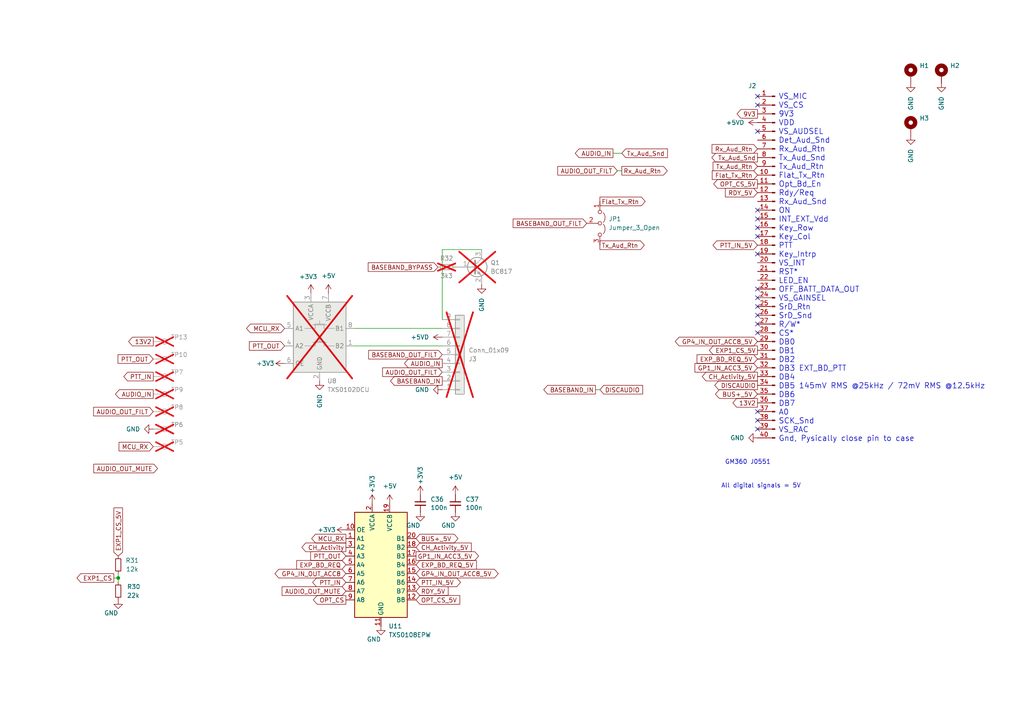
<source format=kicad_sch>
(kicad_sch (version 20231120) (generator "eeschema") (generator_version "8.0")
  (paper "A4")
  (title_block (title "Micro17 - OpenRTX on a Module for Icom Radios") (date "04.03.2024") (rev "A") (company "Wojciech Kaczmarski SP5WWP et al.") (comment 1 "M17 Project, OpenRTX") (comment 2 "Mano ON6RF") (comment 3 "Mutlu TA1MD"))
  (lib_symbols
    (symbol "Connector:Conn_01x40_Pin" (pin_names (offset 1.016) hide)
      (property "Reference" "J" (at 0 50.8 0))
      (property "Value" "Conn_01x40_Pin" (at 0 -53.34 0))
      (symbol "Conn_01x40_Pin_1_1"
        (polyline (pts (xy 1.27 -50.8) (xy 0.8636 -50.8)) (stroke (width 0.1524)))
        (polyline (pts (xy 1.27 -48.26) (xy 0.8636 -48.26)) (stroke (width 0.1524)))
        (polyline (pts (xy 1.27 -45.72) (xy 0.8636 -45.72)) (stroke (width 0.1524)))
        (polyline (pts (xy 1.27 -43.18) (xy 0.8636 -43.18)) (stroke (width 0.1524)))
        (polyline (pts (xy 1.27 -40.64) (xy 0.8636 -40.64)) (stroke (width 0.1524)))
        (polyline (pts (xy 1.27 -38.1) (xy 0.8636 -38.1)) (stroke (width 0.1524)))
        (polyline (pts (xy 1.27 -35.56) (xy 0.8636 -35.56)) (stroke (width 0.1524)))
        (polyline (pts (xy 1.27 -33.02) (xy 0.8636 -33.02)) (stroke (width 0.1524)))
        (polyline (pts (xy 1.27 -30.48) (xy 0.8636 -30.48)) (stroke (width 0.1524)))
        (polyline (pts (xy 1.27 -27.94) (xy 0.8636 -27.94)) (stroke (width 0.1524)))
        (polyline (pts (xy 1.27 -25.4) (xy 0.8636 -25.4)) (stroke (width 0.1524)))
        (polyline (pts (xy 1.27 -22.86) (xy 0.8636 -22.86)) (stroke (width 0.1524)))
        (polyline (pts (xy 1.27 -20.32) (xy 0.8636 -20.32)) (stroke (width 0.1524)))
        (polyline (pts (xy 1.27 -17.78) (xy 0.8636 -17.78)) (stroke (width 0.1524)))
        (polyline (pts (xy 1.27 -15.24) (xy 0.8636 -15.24)) (stroke (width 0.1524)))
        (polyline (pts (xy 1.27 -12.7) (xy 0.8636 -12.7)) (stroke (width 0.1524)))
        (polyline (pts (xy 1.27 -10.16) (xy 0.8636 -10.16)) (stroke (width 0.1524)))
        (polyline (pts (xy 1.27 -7.62) (xy 0.8636 -7.62)) (stroke (width 0.1524)))
        (polyline (pts (xy 1.27 -5.08) (xy 0.8636 -5.08)) (stroke (width 0.1524)))
        (polyline (pts (xy 1.27 -2.54) (xy 0.8636 -2.54)) (stroke (width 0.1524)))
        (polyline (pts (xy 1.27 0) (xy 0.8636 0)) (stroke (width 0.1524)))
        (polyline (pts (xy 1.27 2.54) (xy 0.8636 2.54)) (stroke (width 0.1524)))
        (polyline (pts (xy 1.27 5.08) (xy 0.8636 5.08)) (stroke (width 0.1524)))
        (polyline (pts (xy 1.27 7.62) (xy 0.8636 7.62)) (stroke (width 0.1524)))
        (polyline (pts (xy 1.27 10.16) (xy 0.8636 10.16)) (stroke (width 0.1524)))
        (polyline (pts (xy 1.27 12.7) (xy 0.8636 12.7)) (stroke (width 0.1524)))
        (polyline (pts (xy 1.27 15.24) (xy 0.8636 15.24)) (stroke (width 0.1524)))
        (polyline (pts (xy 1.27 17.78) (xy 0.8636 17.78)) (stroke (width 0.1524)))
        (polyline (pts (xy 1.27 20.32) (xy 0.8636 20.32)) (stroke (width 0.1524)))
        (polyline (pts (xy 1.27 22.86) (xy 0.8636 22.86)) (stroke (width 0.1524)))
        (polyline (pts (xy 1.27 25.4) (xy 0.8636 25.4)) (stroke (width 0.1524)))
        (polyline (pts (xy 1.27 27.94) (xy 0.8636 27.94)) (stroke (width 0.1524)))
        (polyline (pts (xy 1.27 30.48) (xy 0.8636 30.48)) (stroke (width 0.1524)))
        (polyline (pts (xy 1.27 33.02) (xy 0.8636 33.02)) (stroke (width 0.1524)))
        (polyline (pts (xy 1.27 35.56) (xy 0.8636 35.56)) (stroke (width 0.1524)))
        (polyline (pts (xy 1.27 38.1) (xy 0.8636 38.1)) (stroke (width 0.1524)))
        (polyline (pts (xy 1.27 40.64) (xy 0.8636 40.64)) (stroke (width 0.1524)))
        (polyline (pts (xy 1.27 43.18) (xy 0.8636 43.18)) (stroke (width 0.1524)))
        (polyline (pts (xy 1.27 45.72) (xy 0.8636 45.72)) (stroke (width 0.1524)))
        (polyline (pts (xy 1.27 48.26) (xy 0.8636 48.26)) (stroke (width 0.1524)))
        (rectangle (start 0.8636 -50.673) (end 0 -50.927) (stroke (width 0.1524)) (fill (type outline)))
        (rectangle (start 0.8636 -48.133) (end 0 -48.387) (stroke (width 0.1524)) (fill (type outline)))
        (rectangle (start 0.8636 -45.593) (end 0 -45.847) (stroke (width 0.1524)) (fill (type outline)))
        (rectangle (start 0.8636 -43.053) (end 0 -43.307) (stroke (width 0.1524)) (fill (type outline)))
        (rectangle (start 0.8636 -40.513) (end 0 -40.767) (stroke (width 0.1524)) (fill (type outline)))
        (rectangle (start 0.8636 -37.973) (end 0 -38.227) (stroke (width 0.1524)) (fill (type outline)))
        (rectangle (start 0.8636 -35.433) (end 0 -35.687) (stroke (width 0.1524)) (fill (type outline)))
        (rectangle (start 0.8636 -32.893) (end 0 -33.147) (stroke (width 0.1524)) (fill (type outline)))
        (rectangle (start 0.8636 -30.353) (end 0 -30.607) (stroke (width 0.1524)) (fill (type outline)))
        (rectangle (start 0.8636 -27.813) (end 0 -28.067) (stroke (width 0.1524)) (fill (type outline)))
        (rectangle (start 0.8636 -25.273) (end 0 -25.527) (stroke (width 0.1524)) (fill (type outline)))
        (rectangle (start 0.8636 -22.733) (end 0 -22.987) (stroke (width 0.1524)) (fill (type outline)))
        (rectangle (start 0.8636 -20.193) (end 0 -20.447) (stroke (width 0.1524)) (fill (type outline)))
        (rectangle (start 0.8636 -17.653) (end 0 -17.907) (stroke (width 0.1524)) (fill (type outline)))
        (rectangle (start 0.8636 -15.113) (end 0 -15.367) (stroke (width 0.1524)) (fill (type outline)))
        (rectangle (start 0.8636 -12.573) (end 0 -12.827) (stroke (width 0.1524)) (fill (type outline)))
        (rectangle (start 0.8636 -10.033) (end 0 -10.287) (stroke (width 0.1524)) (fill (type outline)))
        (rectangle (start 0.8636 -7.493) (end 0 -7.747) (stroke (width 0.1524)) (fill (type outline)))
        (rectangle (start 0.8636 -4.953) (end 0 -5.207) (stroke (width 0.1524)) (fill (type outline)))
        (rectangle (start 0.8636 -2.413) (end 0 -2.667) (stroke (width 0.1524)) (fill (type outline)))
        (rectangle (start 0.8636 0.127) (end 0 -0.127) (stroke (width 0.1524)) (fill (type outline)))
        (rectangle (start 0.8636 2.667) (end 0 2.413) (stroke (width 0.1524)) (fill (type outline)))
        (rectangle (start 0.8636 5.207) (end 0 4.953) (stroke (width 0.1524)) (fill (type outline)))
        (rectangle (start 0.8636 7.747) (end 0 7.493) (stroke (width 0.1524)) (fill (type outline)))
        (rectangle (start 0.8636 10.287) (end 0 10.033) (stroke (width 0.1524)) (fill (type outline)))
        (rectangle (start 0.8636 12.827) (end 0 12.573) (stroke (width 0.1524)) (fill (type outline)))
        (rectangle (start 0.8636 15.367) (end 0 15.113) (stroke (width 0.1524)) (fill (type outline)))
        (rectangle (start 0.8636 17.907) (end 0 17.653) (stroke (width 0.1524)) (fill (type outline)))
        (rectangle (start 0.8636 20.447) (end 0 20.193) (stroke (width 0.1524)) (fill (type outline)))
        (rectangle (start 0.8636 22.987) (end 0 22.733) (stroke (width 0.1524)) (fill (type outline)))
        (rectangle (start 0.8636 25.527) (end 0 25.273) (stroke (width 0.1524)) (fill (type outline)))
        (rectangle (start 0.8636 28.067) (end 0 27.813) (stroke (width 0.1524)) (fill (type outline)))
        (rectangle (start 0.8636 30.607) (end 0 30.353) (stroke (width 0.1524)) (fill (type outline)))
        (rectangle (start 0.8636 33.147) (end 0 32.893) (stroke (width 0.1524)) (fill (type outline)))
        (rectangle (start 0.8636 35.687) (end 0 35.433) (stroke (width 0.1524)) (fill (type outline)))
        (rectangle (start 0.8636 38.227) (end 0 37.973) (stroke (width 0.1524)) (fill (type outline)))
        (rectangle (start 0.8636 40.767) (end 0 40.513) (stroke (width 0.1524)) (fill (type outline)))
        (rectangle (start 0.8636 43.307) (end 0 43.053) (stroke (width 0.1524)) (fill (type outline)))
        (rectangle (start 0.8636 45.847) (end 0 45.593) (stroke (width 0.1524)) (fill (type outline)))
        (rectangle (start 0.8636 48.387) (end 0 48.133) (stroke (width 0.1524)) (fill (type outline)))
        (pin passive line (at 5.08 48.26 180) (length 3.81) (name "Pin_1") (number "1"))
        (pin passive line (at 5.08 25.4 180) (length 3.81) (name "Pin_10") (number "10"))
        (pin passive line (at 5.08 22.86 180) (length 3.81) (name "Pin_11") (number "11"))
        (pin passive line (at 5.08 20.32 180) (length 3.81) (name "Pin_12") (number "12"))
        (pin passive line (at 5.08 17.78 180) (length 3.81) (name "Pin_13") (number "13"))
        (pin passive line (at 5.08 15.24 180) (length 3.81) (name "Pin_14") (number "14"))
        (pin passive line (at 5.08 12.7 180) (length 3.81) (name "Pin_15") (number "15"))
        (pin passive line (at 5.08 10.16 180) (length 3.81) (name "Pin_16") (number "16"))
        (pin passive line (at 5.08 7.62 180) (length 3.81) (name "Pin_17") (number "17"))
        (pin passive line (at 5.08 5.08 180) (length 3.81) (name "Pin_18") (number "18"))
        (pin passive line (at 5.08 2.54 180) (length 3.81) (name "Pin_19") (number "19"))
        (pin passive line (at 5.08 45.72 180) (length 3.81) (name "Pin_2") (number "2"))
        (pin passive line (at 5.08 0 180) (length 3.81) (name "Pin_20") (number "20"))
        (pin passive line (at 5.08 -2.54 180) (length 3.81) (name "Pin_21") (number "21"))
        (pin passive line (at 5.08 -5.08 180) (length 3.81) (name "Pin_22") (number "22"))
        (pin passive line (at 5.08 -7.62 180) (length 3.81) (name "Pin_23") (number "23"))
        (pin passive line (at 5.08 -10.16 180) (length 3.81) (name "Pin_24") (number "24"))
        (pin passive line (at 5.08 -12.7 180) (length 3.81) (name "Pin_25") (number "25"))
        (pin passive line (at 5.08 -15.24 180) (length 3.81) (name "Pin_26") (number "26"))
        (pin passive line (at 5.08 -17.78 180) (length 3.81) (name "Pin_27") (number "27"))
        (pin passive line (at 5.08 -20.32 180) (length 3.81) (name "Pin_28") (number "28"))
        (pin passive line (at 5.08 -22.86 180) (length 3.81) (name "Pin_29") (number "29"))
        (pin passive line (at 5.08 43.18 180) (length 3.81) (name "Pin_3") (number "3"))
        (pin passive line (at 5.08 -25.4 180) (length 3.81) (name "Pin_30") (number "30"))
        (pin passive line (at 5.08 -27.94 180) (length 3.81) (name "Pin_31") (number "31"))
        (pin passive line (at 5.08 -30.48 180) (length 3.81) (name "Pin_32") (number "32"))
        (pin passive line (at 5.08 -33.02 180) (length 3.81) (name "Pin_33") (number "33"))
        (pin passive line (at 5.08 -35.56 180) (length 3.81) (name "Pin_34") (number "34"))
        (pin passive line (at 5.08 -38.1 180) (length 3.81) (name "Pin_35") (number "35"))
        (pin passive line (at 5.08 -40.64 180) (length 3.81) (name "Pin_36") (number "36"))
        (pin passive line (at 5.08 -43.18 180) (length 3.81) (name "Pin_37") (number "37"))
        (pin passive line (at 5.08 -45.72 180) (length 3.81) (name "Pin_38") (number "38"))
        (pin passive line (at 5.08 -48.26 180) (length 3.81) (name "Pin_39") (number "39"))
        (pin passive line (at 5.08 40.64 180) (length 3.81) (name "Pin_4") (number "4"))
        (pin passive line (at 5.08 -50.8 180) (length 3.81) (name "Pin_40") (number "40"))
        (pin passive line (at 5.08 38.1 180) (length 3.81) (name "Pin_5") (number "5"))
        (pin passive line (at 5.08 35.56 180) (length 3.81) (name "Pin_6") (number "6"))
        (pin passive line (at 5.08 33.02 180) (length 3.81) (name "Pin_7") (number "7"))
        (pin passive line (at 5.08 30.48 180) (length 3.81) (name "Pin_8") (number "8"))
        (pin passive line (at 5.08 27.94 180) (length 3.81) (name "Pin_9") (number "9"))
      )
    )
    (symbol "Connector:TestPoint" (pin_numbers hide) (pin_names (offset 0.762) hide)
      (property "Reference" "TP" (at 0 6.858 0))
      (property "Value" "TestPoint" (at 0 5.08 0))
      (symbol "TestPoint_0_1"
        (circle (center 0 3.302) (radius 0.762))
      )
      (symbol "TestPoint_1_1"
        (pin passive line (at 0 0 90) (length 2.54) (name "1") (number "1"))
      )
    )
    (symbol "Connector_Generic:Conn_01x09" (pin_names (offset 1.016) hide)
      (property "Reference" "J" (at 0 12.7 0))
      (property "Value" "Conn_01x09" (at 0 -12.7 0))
      (symbol "Conn_01x09_1_1"
        (rectangle (start -1.27 -10.033) (end 0 -10.287) (stroke (width 0.1524)))
        (rectangle (start -1.27 -7.493) (end 0 -7.747) (stroke (width 0.1524)))
        (rectangle (start -1.27 -4.953) (end 0 -5.207) (stroke (width 0.1524)))
        (rectangle (start -1.27 -2.413) (end 0 -2.667) (stroke (width 0.1524)))
        (rectangle (start -1.27 0.127) (end 0 -0.127) (stroke (width 0.1524)))
        (rectangle (start -1.27 2.667) (end 0 2.413) (stroke (width 0.1524)))
        (rectangle (start -1.27 5.207) (end 0 4.953) (stroke (width 0.1524)))
        (rectangle (start -1.27 7.747) (end 0 7.493) (stroke (width 0.1524)))
        (rectangle (start -1.27 10.287) (end 0 10.033) (stroke (width 0.1524)))
        (rectangle (start -1.27 11.43) (end 1.27 -11.43) (stroke (width 0.254)) (fill (type background)))
        (pin passive line (at -5.08 10.16 0) (length 3.81) (name "Pin_1") (number "1"))
        (pin passive line (at -5.08 7.62 0) (length 3.81) (name "Pin_2") (number "2"))
        (pin passive line (at -5.08 5.08 0) (length 3.81) (name "Pin_3") (number "3"))
        (pin passive line (at -5.08 2.54 0) (length 3.81) (name "Pin_4") (number "4"))
        (pin passive line (at -5.08 0 0) (length 3.81) (name "Pin_5") (number "5"))
        (pin passive line (at -5.08 -2.54 0) (length 3.81) (name "Pin_6") (number "6"))
        (pin passive line (at -5.08 -5.08 0) (length 3.81) (name "Pin_7") (number "7"))
        (pin passive line (at -5.08 -7.62 0) (length 3.81) (name "Pin_8") (number "8"))
        (pin passive line (at -5.08 -10.16 0) (length 3.81) (name "Pin_9") (number "9"))
      )
    )
    (symbol "Device:C_Small" (pin_numbers hide) (pin_names (offset 0.254) hide)
      (property "Reference" "C" (at 0.254 1.778 0))
      (property "Value" "C_Small" (at 0.254 -2.032 0))
      (symbol "C_Small_0_1"
        (polyline (pts (xy -1.524 -0.508) (xy 1.524 -0.508)) (stroke (width 0.3302)))
        (polyline (pts (xy -1.524 0.508) (xy 1.524 0.508)) (stroke (width 0.3048)))
      )
      (symbol "C_Small_1_1"
        (pin passive line (at 0 2.54 270) (length 2.032) (name "~") (number "1"))
        (pin passive line (at 0 -2.54 90) (length 2.032) (name "~") (number "2"))
      )
    )
    (symbol "Device:R_Small" (pin_numbers hide) (pin_names (offset 0.254) hide)
      (property "Reference" "R" (at 0.762 0.508 0))
      (property "Value" "R_Small" (at 0.762 -1.016 0))
      (symbol "R_Small_0_1"
        (rectangle (start -0.762 1.778) (end 0.762 -1.778) (stroke (width 0.2032)))
      )
      (symbol "R_Small_1_1"
        (pin passive line (at 0 2.54 270) (length 0.762) (name "~") (number "1"))
        (pin passive line (at 0 -2.54 90) (length 0.762) (name "~") (number "2"))
      )
    )
    (symbol "GND_1" (power) (pin_numbers hide) (pin_names (offset 0) hide)
      (property "Value" "GND" (at 0 -3.81 0))
      (symbol "GND_1_0_1"
        (polyline (pts (xy 0 0) (xy 0 -1.27) (xy 1.27 -1.27) (xy 0 -2.54) (xy -1.27 -1.27) (xy 0 -1.27)))
      )
      (symbol "GND_1_1_1"
        (pin power_in line (at 0 0 270) (length 0) (name "~") (number "1"))
      )
    )
    (symbol "Jumper:Jumper_3_Open" (pin_names (offset 0) hide)
      (property "Reference" "JP" (at -2.54 -2.54 0))
      (property "Value" "Jumper_3_Open" (at 0 2.794 0))
      (symbol "Jumper_3_Open_0_0"
        (circle (center -3.302 0) (radius 0.508))
        (circle (center 0 0) (radius 0.508))
        (circle (center 3.302 0) (radius 0.508))
      )
      (symbol "Jumper_3_Open_0_1"
        (arc (start -0.254 1.016) (mid -1.651 1.4992) (end -3.048 1.016))
        (polyline (pts (xy 0 -0.508) (xy 0 -1.27)))
        (arc (start 3.048 1.016) (mid 1.651 1.4992) (end 0.254 1.016))
      )
      (symbol "Jumper_3_Open_1_1"
        (pin passive line (at -6.35 0 0) (length 2.54) (name "A") (number "1"))
        (pin passive line (at 0 -3.81 90) (length 2.54) (name "C") (number "2"))
        (pin passive line (at 6.35 0 180) (length 2.54) (name "B") (number "3"))
      )
    )
    (symbol "Logic_LevelTranslator:TXS0102DCU"
      (property "Reference" "U" (at -6.35 11.43 0))
      (property "Value" "TXS0102DCU" (at 3.81 11.43 0))
      (symbol "TXS0102DCU_0_1"
        (rectangle (start -7.62 10.16) (end 7.62 -10.16) (stroke (width 0.254)) (fill (type background)))
        (polyline (pts (xy -4.318 -2.54) (xy -1.27 -2.54)))
        (polyline (pts (xy -2.032 -1.524) (xy 2.032 -1.524)))
        (polyline (pts (xy -1.524 -1.27) (xy 1.524 -1.27)))
        (polyline (pts (xy -1.27 -2.54) (xy -1.27 -1.524)))
        (polyline (pts (xy 0 -1.27) (xy 0 -0.254)))
        (polyline (pts (xy 1.27 -2.54) (xy 1.27 -1.524)))
        (polyline (pts (xy 4.318 -2.54) (xy 1.27 -2.54)))
      )
      (symbol "TXS0102DCU_1_1"
        (polyline (pts (xy -4.318 2.54) (xy -1.27 2.54)))
        (polyline (pts (xy -2.032 3.556) (xy 2.032 3.556)))
        (polyline (pts (xy -1.524 3.81) (xy 1.524 3.81)))
        (polyline (pts (xy -1.27 2.54) (xy -1.27 3.556)))
        (polyline (pts (xy 0 3.81) (xy 0 4.826)))
        (polyline (pts (xy 1.27 2.54) (xy 1.27 3.556)))
        (polyline (pts (xy 4.318 2.54) (xy 1.27 2.54)))
        (pin bidirectional line (at 10.16 -2.54 180) (length 2.54) (name "B2") (number "1"))
        (pin power_in line (at 0 -12.7 90) (length 2.54) (name "GND") (number "2"))
        (pin power_in line (at -2.54 12.7 270) (length 2.54) (name "VCCA") (number "3"))
        (pin bidirectional line (at -10.16 -2.54 0) (length 2.54) (name "A2") (number "4"))
        (pin bidirectional line (at -10.16 2.54 0) (length 2.54) (name "A1") (number "5"))
        (pin input line (at -10.16 -7.62 0) (length 2.54) (name "OE") (number "6"))
        (pin power_in line (at 2.54 12.7 270) (length 2.54) (name "VCCB") (number "7"))
        (pin bidirectional line (at 10.16 2.54 180) (length 2.54) (name "B1") (number "8"))
      )
    )
    (symbol "Logic_LevelTranslator:TXS0108EPW"
      (property "Reference" "U" (at -6.35 16.51 0))
      (property "Value" "TXS0108EPW" (at 3.81 16.51 0))
      (symbol "TXS0108EPW_0_1"
        (rectangle (start -7.62 15.24) (end 7.62 -15.24) (stroke (width 0.254)) (fill (type background)))
      )
      (symbol "TXS0108EPW_1_1"
        (pin bidirectional line (at -10.16 7.62 0) (length 2.54) (name "A1") (number "1"))
        (pin input line (at -10.16 10.16 0) (length 2.54) (name "OE") (number "10"))
        (pin power_in line (at 0 -17.78 90) (length 2.54) (name "GND") (number "11"))
        (pin bidirectional line (at 10.16 -10.16 180) (length 2.54) (name "B8") (number "12"))
        (pin bidirectional line (at 10.16 -7.62 180) (length 2.54) (name "B7") (number "13"))
        (pin bidirectional line (at 10.16 -5.08 180) (length 2.54) (name "B6") (number "14"))
        (pin bidirectional line (at 10.16 -2.54 180) (length 2.54) (name "B5") (number "15"))
        (pin bidirectional line (at 10.16 0 180) (length 2.54) (name "B4") (number "16"))
        (pin bidirectional line (at 10.16 2.54 180) (length 2.54) (name "B3") (number "17"))
        (pin bidirectional line (at 10.16 5.08 180) (length 2.54) (name "B2") (number "18"))
        (pin power_in line (at 2.54 17.78 270) (length 2.54) (name "VCCB") (number "19"))
        (pin power_in line (at -2.54 17.78 270) (length 2.54) (name "VCCA") (number "2"))
        (pin bidirectional line (at 10.16 7.62 180) (length 2.54) (name "B1") (number "20"))
        (pin bidirectional line (at -10.16 5.08 0) (length 2.54) (name "A2") (number "3"))
        (pin bidirectional line (at -10.16 2.54 0) (length 2.54) (name "A3") (number "4"))
        (pin bidirectional line (at -10.16 0 0) (length 2.54) (name "A4") (number "5"))
        (pin bidirectional line (at -10.16 -2.54 0) (length 2.54) (name "A5") (number "6"))
        (pin bidirectional line (at -10.16 -5.08 0) (length 2.54) (name "A6") (number "7"))
        (pin bidirectional line (at -10.16 -7.62 0) (length 2.54) (name "A7") (number "8"))
        (pin bidirectional line (at -10.16 -10.16 0) (length 2.54) (name "A8") (number "9"))
      )
    )
    (symbol "Mechanical:MountingHole_Pad" (pin_numbers hide) (pin_names (offset 1.016) hide)
      (property "Reference" "H" (at 0 6.35 0))
      (property "Value" "MountingHole_Pad" (at 0 4.445 0))
      (symbol "MountingHole_Pad_0_1"
        (circle (center 0 1.27) (radius 1.27) (stroke (width 1.27)))
      )
      (symbol "MountingHole_Pad_1_1"
        (pin input line (at 0 -2.54 90) (length 2.54) (name "1") (number "1"))
      )
    )
    (symbol "Transistor_BJT:BC817" (pin_names (offset 0) hide)
      (property "Reference" "Q" (at 5.08 1.905 0))
      (property "Value" "BC817" (at 5.08 0 0))
      (symbol "BC817_0_1"
        (polyline (pts (xy 0.635 0.635) (xy 2.54 2.54)))
        (polyline (pts (xy 0.635 -0.635) (xy 2.54 -2.54) (xy 2.54 -2.54)))
        (polyline (pts (xy 0.635 1.905) (xy 0.635 -1.905) (xy 0.635 -1.905)) (stroke (width 0.508)))
        (polyline (pts (xy 1.27 -1.778) (xy 1.778 -1.27) (xy 2.286 -2.286) (xy 1.27 -1.778) (xy 1.27 -1.778)) (fill (type outline)))
        (circle (center 1.27 0) (radius 2.8194) (stroke (width 0.254)))
      )
      (symbol "BC817_1_1"
        (pin input line (at -5.08 0 0) (length 5.715) (name "B") (number "1"))
        (pin passive line (at 2.54 -5.08 90) (length 2.54) (name "E") (number "2"))
        (pin passive line (at 2.54 5.08 270) (length 2.54) (name "C") (number "3"))
      )
    )
    (symbol "power:+3V3" (power) (pin_names (offset 0))
      (property "Value" "+3V3" (at 0 3.556 0))
      (symbol "+3V3_0_1"
        (polyline (pts (xy -0.762 1.27) (xy 0 2.54)))
        (polyline (pts (xy 0 0) (xy 0 2.54)))
        (polyline (pts (xy 0 2.54) (xy 0.762 1.27)))
      )
      (symbol "+3V3_1_1"
        (pin power_in line (at 0 0 90) (length 0) hide (name "+3V3") (number "1"))
      )
    )
    (symbol "power:+5V" (power) (pin_numbers hide) (pin_names (offset 0) hide)
      (property "Value" "+5V" (at 0 3.556 0))
      (symbol "+5V_0_1"
        (polyline (pts (xy -0.762 1.27) (xy 0 2.54)))
        (polyline (pts (xy 0 0) (xy 0 2.54)))
        (polyline (pts (xy 0 2.54) (xy 0.762 1.27)))
      )
      (symbol "+5V_1_1"
        (pin power_in line (at 0 0 90) (length 0) (name "~") (number "1"))
      )
    )
    (symbol "power:+5VD" (power) (pin_numbers hide) (pin_names (offset 0) hide)
      (property "Value" "+5VD" (at 0 3.556 0))
      (symbol "+5VD_0_1"
        (polyline (pts (xy -0.762 1.27) (xy 0 2.54)))
        (polyline (pts (xy 0 0) (xy 0 2.54)))
        (polyline (pts (xy 0 2.54) (xy 0.762 1.27)))
      )
      (symbol "+5VD_1_1"
        (pin power_in line (at 0 0 90) (length 0) (name "~") (number "1"))
      )
    )
  )
  (junction (at 34.29 167.64))
  (no_connect (at 219.71 63.5))
  (no_connect (at 219.71 68.58))
  (no_connect (at 219.71 60.96))
  (no_connect (at 219.71 93.98))
  (no_connect (at 219.71 96.52))
  (no_connect (at 219.71 124.46))
  (no_connect (at 219.71 73.66))
  (no_connect (at 219.71 121.92))
  (no_connect (at 219.71 30.48))
  (no_connect (at 219.71 86.36))
  (no_connect (at 219.71 88.9))
  (no_connect (at 219.71 66.04))
  (no_connect (at 219.71 91.44))
  (no_connect (at 219.71 27.94))
  (no_connect (at 219.71 38.1))
  (no_connect (at 219.71 83.82))
  (no_connect (at 219.71 119.38))
  (wire (pts (xy 34.29 167.64) (xy 34.29 168.91)))
  (wire (pts (xy 177.8 44.45) (xy 180.34 44.45)))
  (wire (pts (xy 172.72 113.03) (xy 173.99 113.03)))
  (wire (pts (xy 34.29 166.37) (xy 34.29 167.64)))
  (wire (pts (xy 33.02 167.64) (xy 34.29 167.64)))
  (wire (pts (xy 179.07 49.53) (xy 180.34 49.53)))
  (wire (pts (xy 102.87 100.33) (xy 128.27 100.33)))
  (wire (pts (xy 128.27 72.39) (xy 128.27 92.71)))
  (wire (pts (xy 139.7 72.39) (xy 128.27 72.39)))
  (wire (pts (xy 102.87 95.25) (xy 128.27 95.25)))
  (text "All digital signals = 5V" (at 220.726 140.97 0) (effects (font (size 1.27 1.27))))
  (text "GM360 J0551" (at 216.916 134.112 0) (effects (font (size 1.27 1.27))))
  (text "VS_MIC\nVS_CS\n9V3\nVDD\nVS_AUDSEL\nDet_Aud_Snd\nRx_Aud_Rtn\nTx_Aud_Snd\nTx_Aud_Rtn\nFlat_Tx_Rtn\nOpt_Bd_En\nRdy/Req\nRx_Aud_Snd\nON\nINT_EXT_Vdd\nKey_Row\nKey_Col\nPTT\nKey_Intrp\nVS_INT\nRST*\nLED_EN\nOFF_BATT_DATA_OUT\nVS_GAINSEL\nSrD_Rtn\nSrD_Snd\nR/W*\nCS*\nDB0\nDB1\nDB2\nDB3 EXT_BD_PTT\nDB4\nDB5 145mV RMS @25kHz / 72mV RMS @12.5kHz\nDB6\nDB7\nA0\nSCK_Snd\nVS_RAC\nGnd, Pysically close pin to case" (at 225.806 77.724 0) (effects (font (size 1.58 1.58)) (justify left)))
  (global_label "BUS+_5V" (shape bidirectional) (at 120.65 156.21 0) (property "Intersheetrefs" "${INTERSHEET_REFS}" (effects (hide yes))))
  (global_label "Rx_Aud_Rtn" (shape input) (at 219.71 43.18 180) (property "Intersheetrefs" "${INTERSHEET_REFS}" (effects (hide yes))))
  (global_label "PTT_OUT" (shape input) (at 82.55 100.33 180) (property "Intersheetrefs" "${INTERSHEET_REFS}" (effects (hide yes))))
  (global_label "EXP1_CS_5V" (shape output) (at 219.71 101.6 180) (property "Intersheetrefs" "${INTERSHEET_REFS}" (effects (hide yes))))
  (global_label "OPT_CS_5V" (shape input) (at 120.65 173.99 0) (property "Intersheetrefs" "${INTERSHEET_REFS}" (effects (hide yes))))
  (global_label "AUDIO_OUT_MUTE" (shape input) (at 45.72 135.89 180) (property "Intersheetrefs" "${INTERSHEET_REFS}" (effects (hide yes))))
  (global_label "Flat_Tx_Rtn" (shape input) (at 219.71 50.8 180) (property "Intersheetrefs" "${INTERSHEET_REFS}" (effects (hide yes))))
  (global_label "PTT_IN" (shape output) (at 44.45 109.22 180) (property "Intersheetrefs" "${INTERSHEET_REFS}" (effects (hide yes))))
  (global_label "OPT_CS" (shape output) (at 100.33 173.99 180) (property "Intersheetrefs" "${INTERSHEET_REFS}" (effects (hide yes))))
  (global_label "BASEBAND_IN" (shape output) (at 128.27 110.49 180) (property "Intersheetrefs" "${INTERSHEET_REFS}" (effects (hide yes))))
  (global_label "Tx_Aud_Rtn" (shape output) (at 173.99 71.12 0) (property "Intersheetrefs" "${INTERSHEET_REFS}" (effects (hide yes))))
  (global_label "Tx_Aud_Snd" (shape output) (at 219.71 45.72 180) (property "Intersheetrefs" "${INTERSHEET_REFS}" (effects (hide yes))))
  (global_label "MCU_RX" (shape input) (at 44.45 129.54 180) (property "Intersheetrefs" "${INTERSHEET_REFS}" (effects (hide yes))))
  (global_label "GP4_IN_OUT_ACC8_5V" (shape bidirectional) (at 120.65 166.37 0) (property "Intersheetrefs" "${INTERSHEET_REFS}" (effects (hide yes))))
  (global_label "GP1_IN_ACC3_5V" (shape output) (at 120.65 161.29 0) (property "Intersheetrefs" "${INTERSHEET_REFS}" (effects (hide yes))))
  (global_label "Tx_Aud_Rtn" (shape input) (at 219.71 48.26 180) (property "Intersheetrefs" "${INTERSHEET_REFS}" (effects (hide yes))))
  (global_label "MCU_RX" (shape bidirectional) (at 82.55 95.25 180) (property "Intersheetrefs" "${INTERSHEET_REFS}" (effects (hide yes))))
  (global_label "PTT_IN_5V" (shape bidirectional) (at 219.71 71.12 180) (property "Intersheetrefs" "${INTERSHEET_REFS}" (effects (hide yes))))
  (global_label "DISCAUDIO" (shape output) (at 219.71 111.76 180) (property "Intersheetrefs" "${INTERSHEET_REFS}" (effects (hide yes))))
  (global_label "EXP1_CS_5V" (shape input) (at 34.29 161.29 90) (property "Intersheetrefs" "${INTERSHEET_REFS}" (effects (hide yes))))
  (global_label "BASEBAND_OUT_FILT" (shape input) (at 170.18 64.77 180) (property "Intersheetrefs" "${INTERSHEET_REFS}" (effects (hide yes))))
  (global_label "13V2" (shape output) (at 219.71 116.84 180) (property "Intersheetrefs" "${INTERSHEET_REFS}" (effects (hide yes))))
  (global_label "BUS+_5V" (shape bidirectional) (at 219.71 114.3 180) (property "Intersheetrefs" "${INTERSHEET_REFS}" (effects (hide yes))))
  (global_label "PTT_OUT" (shape input) (at 44.45 104.14 180) (property "Intersheetrefs" "${INTERSHEET_REFS}" (effects (hide yes))))
  (global_label "13V2" (shape output) (at 44.45 99.06 180) (property "Intersheetrefs" "${INTERSHEET_REFS}" (effects (hide yes))))
  (global_label "BASEBAND_IN" (shape output) (at 172.72 113.03 180) (property "Intersheetrefs" "${INTERSHEET_REFS}" (effects (hide yes))))
  (global_label "AUDIO_IN" (shape output) (at 177.8 44.45 180) (property "Intersheetrefs" "${INTERSHEET_REFS}" (effects (hide yes))))
  (global_label "PTT_IN_5V" (shape bidirectional) (at 120.65 168.91 0) (property "Intersheetrefs" "${INTERSHEET_REFS}" (effects (hide yes))))
  (global_label "CH_Activity_5V" (shape output) (at 219.71 109.22 180) (property "Intersheetrefs" "${INTERSHEET_REFS}" (effects (hide yes))))
  (global_label "DISCAUDIO" (shape input) (at 173.99 113.03 0) (property "Intersheetrefs" "${INTERSHEET_REFS}" (effects (hide yes))))
  (global_label "OPT_CS_5V" (shape output) (at 219.71 53.34 180) (property "Intersheetrefs" "${INTERSHEET_REFS}" (effects (hide yes))))
  (global_label "PTT_OUT" (shape input) (at 100.33 161.29 180) (property "Intersheetrefs" "${INTERSHEET_REFS}" (effects (hide yes))))
  (global_label "AUDIO_OUT_MUTE" (shape input) (at 100.33 171.45 180) (property "Intersheetrefs" "${INTERSHEET_REFS}" (effects (hide yes))))
  (global_label "Tx_Aud_Snd" (shape input) (at 180.34 44.45 0) (property "Intersheetrefs" "${INTERSHEET_REFS}" (effects (hide yes))))
  (global_label "AUDIO_OUT_FILT" (shape input) (at 179.07 49.53 180) (property "Intersheetrefs" "${INTERSHEET_REFS}" (effects (hide yes))))
  (global_label "EXP_BD_REQ" (shape input) (at 100.33 163.83 180) (property "Intersheetrefs" "${INTERSHEET_REFS}" (effects (hide yes))))
  (global_label "CH_Activity_5V" (shape input) (at 120.65 158.75 0) (property "Intersheetrefs" "${INTERSHEET_REFS}" (effects (hide yes))))
  (global_label "EXP1_CS" (shape output) (at 33.02 167.64 180) (property "Intersheetrefs" "${INTERSHEET_REFS}" (effects (hide yes))))
  (global_label "AUDIO_IN" (shape output) (at 44.45 114.3 180) (property "Intersheetrefs" "${INTERSHEET_REFS}" (effects (hide yes))))
  (global_label "Rx_Aud_Rtn" (shape output) (at 180.34 49.53 0) (property "Intersheetrefs" "${INTERSHEET_REFS}" (effects (hide yes))))
  (global_label "GP4_IN_OUT_ACC8_5V" (shape bidirectional) (at 219.71 99.06 180) (property "Intersheetrefs" "${INTERSHEET_REFS}" (effects (hide yes))))
  (global_label "GP1_IN_ACC3_5V" (shape input) (at 219.71 106.68 180) (property "Intersheetrefs" "${INTERSHEET_REFS}" (effects (hide yes))))
  (global_label "AUDIO_OUT_FILT" (shape input) (at 128.27 107.95 180) (property "Intersheetrefs" "${INTERSHEET_REFS}" (effects (hide yes))))
  (global_label "CH_Activity" (shape output) (at 100.33 158.75 180) (property "Intersheetrefs" "${INTERSHEET_REFS}" (effects (hide yes))))
  (global_label "BASEBAND_BYPASS" (shape input) (at 127 77.47 180) (property "Intersheetrefs" "${INTERSHEET_REFS}" (effects (hide yes))))
  (global_label "MCU_RX" (shape output) (at 100.33 156.21 180) (property "Intersheetrefs" "${INTERSHEET_REFS}" (effects (hide yes))))
  (global_label "EXP_BD_REQ_5V" (shape input) (at 120.65 163.83 0) (property "Intersheetrefs" "${INTERSHEET_REFS}" (effects (hide yes))))
  (global_label "PTT_IN" (shape bidirectional) (at 100.33 168.91 180) (property "Intersheetrefs" "${INTERSHEET_REFS}" (effects (hide yes))))
  (global_label "Flat_Tx_Rtn" (shape output) (at 173.99 58.42 0) (property "Intersheetrefs" "${INTERSHEET_REFS}" (effects (hide yes))))
  (global_label "RDY_5V" (shape input) (at 219.71 55.88 180) (property "Intersheetrefs" "${INTERSHEET_REFS}" (effects (hide yes))))
  (global_label "RDY_5V" (shape input) (at 120.65 171.45 0) (property "Intersheetrefs" "${INTERSHEET_REFS}" (effects (hide yes))))
  (global_label "BASEBAND_OUT_FILT" (shape input) (at 128.27 102.87 180) (property "Intersheetrefs" "${INTERSHEET_REFS}" (effects (hide yes))))
  (global_label "9V3" (shape output) (at 219.71 33.02 180) (property "Intersheetrefs" "${INTERSHEET_REFS}" (effects (hide yes))))
  (global_label "AUDIO_IN" (shape output) (at 128.27 105.41 180) (property "Intersheetrefs" "${INTERSHEET_REFS}" (effects (hide yes))))
  (global_label "GP4_IN_OUT_ACC8" (shape bidirectional) (at 100.33 166.37 180) (property "Intersheetrefs" "${INTERSHEET_REFS}" (effects (hide yes))))
  (global_label "EXP_BD_REQ_5V" (shape input) (at 219.71 104.14 180) (property "Intersheetrefs" "${INTERSHEET_REFS}" (effects (hide yes))))
  (global_label "AUDIO_OUT_FILT" (shape input) (at 44.45 119.38 180) (property "Intersheetrefs" "${INTERSHEET_REFS}" (effects (hide yes))))
  (symbol (lib_id "power:+5V") (at 132.08 143.51 0) (unit 1)
    (property "Reference" "#PWR083" (effects (hide yes)))
    (property "Value" "+5V" (at 132.08 138.43 0))
    (property "Description" "Power symbol creates a global label with name \"+5V\"" (effects (hide yes)))
  )
  (symbol (lib_id "Connector:TestPoint") (at 44.45 114.3 270) (unit 1) (in_bom no) (dnp yes)
    (property "Reference" "TP9" (at 49.53 113.0299 90) (effects (justify left)))
    (property "Value" "GP" (effects (hide yes)))
    (property "Footprint" "TestPoint:TestPoint_Pad_D1.0mm" (effects (hide yes)))
  )
  (symbol (lib_id "Device:R_Small") (at 34.29 163.83 0) (mirror x) (unit 1)
    (property "Reference" "R31" (at 38.354 162.56 0))
    (property "Value" "12k" (at 38.354 165.1 0))
    (property "Footprint" "Resistor_SMD:R_0603_1608Metric_Pad0.98x0.95mm_HandSolder" (effects (hide yes)))
    (property "LCSC" "C25752" (effects (hide yes)))
  )
  (symbol (lib_id "Connector:TestPoint") (at 44.45 119.38 270) (unit 1) (in_bom no) (dnp yes)
    (property "Reference" "TP8" (at 49.53 118.1099 90) (effects (justify left)))
    (property "Value" "GP" (effects (hide yes)))
    (property "Footprint" "TestPoint:TestPoint_Pad_D1.0mm" (effects (hide yes)))
  )
  (symbol (lib_name "GND_1") (lib_id "power:GND") (at 121.92 148.59 0) (unit 1)
    (property "Reference" "#PWR085" (effects (hide yes)))
    (property "Value" "GND" (at 121.9199 152.4 0) (effects (justify right)))
    (property "Description" "Power symbol creates a global label with name \"GND\" , ground" (effects (hide yes)))
  )
  (symbol (lib_id "Connector_Generic:Conn_01x09") (at 133.35 102.87 0) (mirror x) (unit 1) (exclude_from_sim yes) (in_bom no) (on_board no) (dnp yes)
    (property "Reference" "J3" (at 135.89 104.1401 0) (effects (justify left)))
    (property "Value" "Conn_01x09" (at 135.89 101.6001 0) (effects (justify left)))
    (property "Footprint" "Connector_PinHeader_2.54mm:PinHeader_1x09_P2.54mm_Vertical" (effects (hide yes)))
    (property "Description" "Generic connector, single row, 01x09, script generated (kicad-library-utils/schlib/autogen/connector/)" (effects (hide yes)))
  )
  (symbol (lib_id "Connector:TestPoint") (at 44.45 104.14 270) (unit 1) (in_bom no) (dnp yes)
    (property "Reference" "TP10" (at 49.53 102.8699 90) (effects (justify left)))
    (property "Value" "GP" (effects (hide yes)))
    (property "Footprint" "TestPoint:TestPoint_Pad_D1.0mm" (effects (hide yes)))
  )
  (symbol (lib_id "Mechanical:MountingHole_Pad") (at 264.16 36.83 0) (unit 1)
    (property "Reference" "H3" (at 266.7 34.2899 0) (effects (justify left)))
    (property "Value" "MountingHole_Pad" (effects (hide yes)))
    (property "Footprint" "MountingHole:MountingHole_2.7mm_M2.5_DIN965_Pad_TopBottom" (effects (hide yes)))
    (property "Description" "Mounting Hole with connection" (effects (hide yes)))
  )
  (symbol (lib_id "power:+3V3") (at 107.95 146.05 0) (unit 1)
    (property "Reference" "#PWR0103" (effects (hide yes)))
    (property "Value" "+3V3" (at 107.95 140.462 90))
  )
  (symbol (lib_id "Device:C_Small") (at 121.92 146.05 0) (unit 1)
    (property "Reference" "C36" (at 124.841 144.8379 0) (effects (justify left)))
    (property "Value" "100n" (at 124.841 147.2621 0) (effects (justify left)))
    (property "Footprint" "Capacitor_SMD:C_0603_1608Metric_Pad1.08x0.95mm_HandSolder" (effects (hide yes)))
    (property "LCSC" "C56392" (effects (hide yes)))
  )
  (symbol (lib_id "Jumper:Jumper_3_Open") (at 173.99 64.77 270) (unit 1) (in_bom no)
    (property "Reference" "JP1" (at 176.53 63.4999 90) (effects (justify left)))
    (property "Value" "Jumper_3_Open" (at 176.53 66.0399 90) (effects (justify left)))
    (property "Footprint" "Jumper:SolderJumper-3_P1.3mm_Open_RoundedPad1.0x1.5mm_NumberLabels" (effects (hide yes)))
    (property "Description" "Jumper, 3-pole, both open" (effects (hide yes)))
  )
  (symbol (lib_name "GND_1") (lib_id "power:GND") (at 92.71 110.49 0) (unit 1)
    (property "Reference" "#PWR095" (effects (hide yes)))
    (property "Value" "GND" (at 92.7099 114.3 90) (effects (justify right)))
    (property "Description" "Power symbol creates a global label with name \"GND\" , ground" (effects (hide yes)))
  )
  (symbol (lib_id "Device:R_Small") (at 129.54 77.47 90) (unit 1) (exclude_from_sim yes) (in_bom no) (on_board no) (dnp yes)
    (property "Reference" "R32" (at 129.54 74.93 90))
    (property "Value" "3k3" (at 129.54 80.01 90))
    (property "Footprint" "Resistor_SMD:R_0603_1608Metric_Pad0.98x0.95mm_HandSolder" (effects (hide yes)))
    (property "LCSC" "C25890" (effects (hide yes)))
  )
  (symbol (lib_id "Logic_LevelTranslator:TXS0108EPW") (at 110.49 163.83 0) (unit 1)
    (property "Reference" "U11" (at 112.6841 181.61 0) (effects (justify left)))
    (property "Value" "TXS0108EPW" (at 112.6841 184.15 0) (effects (justify left)))
    (property "Footprint" "Package_SO:TSSOP-20_4.4x6.5mm_P0.65mm" (effects (hide yes)))
    (property "Datasheet" "www.ti.com/lit/ds/symlink/txs0108e.pdf" (effects (hide yes)))
    (property "Description" "Bidirectional  level-shifting voltage translator, TSSOP-20" (effects (hide yes)))
  )
  (symbol (lib_name "GND_1") (lib_id "power:GND") (at 139.7 82.55 0) (unit 1)
    (property "Reference" "#PWR096" (effects (hide yes)))
    (property "Value" "GND" (at 139.6999 86.36 90) (effects (justify right)))
    (property "Description" "Power symbol creates a global label with name \"GND\" , ground" (effects (hide yes)))
  )
  (symbol (lib_id "Connector:TestPoint") (at 44.45 124.46 270) (unit 1) (in_bom no) (dnp yes)
    (property "Reference" "TP6" (at 49.53 123.1899 90) (effects (justify left)))
    (property "Value" "GP" (effects (hide yes)))
    (property "Footprint" "TestPoint:TestPoint_Pad_D1.0mm" (effects (hide yes)))
  )
  (symbol (lib_name "GND_1") (lib_id "power:GND") (at 128.27 113.03 270) (unit 1)
    (property "Reference" "#PWR070" (effects (hide yes)))
    (property "Value" "GND" (at 124.46 113.0299 90) (effects (justify right)))
    (property "Description" "Power symbol creates a global label with name \"GND\" , ground" (effects (hide yes)))
  )
  (symbol (lib_name "GND_1") (lib_id "power:GND") (at 34.29 173.99 0) (unit 1)
    (property "Reference" "#PWR091" (effects (hide yes)))
    (property "Value" "GND" (at 34.2899 177.8 0) (effects (justify right)))
    (property "Description" "Power symbol creates a global label with name \"GND\" , ground" (effects (hide yes)))
  )
  (symbol (lib_name "GND_1") (lib_id "power:GND") (at 264.16 39.37 0) (unit 1)
    (property "Reference" "#PWR087" (effects (hide yes)))
    (property "Value" "GND" (at 264.1599 43.18 90) (effects (justify right)))
    (property "Description" "Power symbol creates a global label with name \"GND\" , ground" (effects (hide yes)))
  )
  (symbol (lib_id "power:+3V3") (at 90.17 85.09 0) (unit 1)
    (property "Reference" "#PWR093" (effects (hide yes)))
    (property "Value" "+3V3" (at 89.408 80.264 0))
  )
  (symbol (lib_id "power:+3V3") (at 100.33 153.67 90) (unit 1)
    (property "Reference" "#PWR0102" (effects (hide yes)))
    (property "Value" "+3V3" (at 94.742 153.67 90))
  )
  (symbol (lib_name "GND_1") (lib_id "power:GND") (at 264.16 24.13 0) (unit 1)
    (property "Reference" "#PWR081" (effects (hide yes)))
    (property "Value" "GND" (at 264.1599 27.94 90) (effects (justify right)))
    (property "Description" "Power symbol creates a global label with name \"GND\" , ground" (effects (hide yes)))
  )
  (symbol (lib_id "Connector:TestPoint") (at 44.45 129.54 270) (unit 1) (in_bom no) (dnp yes)
    (property "Reference" "TP5" (at 49.53 128.2699 90) (effects (justify left)))
    (property "Value" "GP" (effects (hide yes)))
    (property "Footprint" "TestPoint:TestPoint_Pad_D1.0mm" (effects (hide yes)))
  )
  (symbol (lib_id "Mechanical:MountingHole_Pad") (at 264.16 21.59 0) (unit 1)
    (property "Reference" "H1" (at 266.7 19.0499 0) (effects (justify left)))
    (property "Value" "MountingHole_Pad" (effects (hide yes)))
    (property "Footprint" "MountingHole:MountingHole_2.7mm_M2.5_DIN965_Pad_TopBottom" (effects (hide yes)))
    (property "Description" "Mounting Hole with connection" (effects (hide yes)))
  )
  (symbol (lib_name "GND_1") (lib_id "power:GND") (at 132.08 148.59 0) (unit 1)
    (property "Reference" "#PWR086" (effects (hide yes)))
    (property "Value" "GND" (at 132.0799 152.4 0) (effects (justify right)))
    (property "Description" "Power symbol creates a global label with name \"GND\" , ground" (effects (hide yes)))
  )
  (symbol (lib_name "GND_1") (lib_id "power:GND") (at 44.45 124.46 270) (unit 1)
    (property "Reference" "#PWR073" (effects (hide yes)))
    (property "Value" "GND" (at 40.64 124.4599 90) (effects (justify right)))
    (property "Description" "Power symbol creates a global label with name \"GND\" , ground" (effects (hide yes)))
  )
  (symbol (lib_name "GND_1") (lib_id "power:GND") (at 273.05 24.13 0) (unit 1)
    (property "Reference" "#PWR082" (effects (hide yes)))
    (property "Value" "GND" (at 273.0499 27.94 90) (effects (justify right)))
    (property "Description" "Power symbol creates a global label with name \"GND\" , ground" (effects (hide yes)))
  )
  (symbol (lib_name "GND_1") (lib_id "power:GND") (at 219.71 127 270) (unit 1)
    (property "Reference" "#PWR065" (effects (hide yes)))
    (property "Value" "GND" (at 215.9 126.9999 90) (effects (justify right)))
    (property "Description" "Power symbol creates a global label with name \"GND\" , ground" (effects (hide yes)))
  )
  (symbol (lib_id "power:+3V3") (at 82.55 105.41 90) (unit 1)
    (property "Reference" "#PWR094" (effects (hide yes)))
    (property "Value" "+3V3" (at 76.962 105.41 90))
  )
  (symbol (lib_id "power:+5VD") (at 219.71 35.56 90) (unit 1)
    (property "Reference" "#PWR063" (effects (hide yes)))
    (property "Value" "+5VD" (at 215.9 35.5599 90) (effects (justify left)))
    (property "Description" "Power symbol creates a global label with name \"+5VD\"" (effects (hide yes)))
  )
  (symbol (lib_id "Mechanical:MountingHole_Pad") (at 273.05 21.59 0) (unit 1)
    (property "Reference" "H2" (at 275.59 19.0499 0) (effects (justify left)))
    (property "Value" "MountingHole_Pad" (effects (hide yes)))
    (property "Footprint" "MountingHole:MountingHole_2.7mm_M2.5_DIN965_Pad_TopBottom" (effects (hide yes)))
    (property "Description" "Mounting Hole with connection" (effects (hide yes)))
  )
  (symbol (lib_id "power:+3V3") (at 121.92 143.51 0) (unit 1)
    (property "Reference" "#PWR084" (effects (hide yes)))
    (property "Value" "+3V3" (at 121.92 137.922 90))
  )
  (symbol (lib_name "GND_1") (lib_id "power:GND") (at 110.49 181.61 0) (unit 1)
    (property "Reference" "#PWR0101" (effects (hide yes)))
    (property "Value" "GND" (at 110.4899 185.42 0) (effects (justify right)))
    (property "Description" "Power symbol creates a global label with name \"GND\" , ground" (effects (hide yes)))
  )
  (symbol (lib_id "Connector:Conn_01x40_Pin") (at 224.79 76.2 0) (mirror y) (unit 1) (exclude_from_sim yes)
    (property "Reference" "J2" (at 218.186 24.892 0))
    (property "Value" "Conn_01x40_Pin" (effects (hide yes)))
    (property "Footprint" "Connector_FFC-FPC:Hirose_FH12-40S-0.5SH_1x40-1MP_P0.50mm_Horizontal" (effects (hide yes)))
    (property "Description" "Generic connector, single row, 01x40, script generated" (effects (hide yes)))
  )
  (symbol (lib_id "power:+5V") (at 113.03 146.05 0) (unit 1)
    (property "Reference" "#PWR0104" (effects (hide yes)))
    (property "Value" "+5V" (at 113.03 140.97 0))
    (property "Description" "Power symbol creates a global label with name \"+5V\"" (effects (hide yes)))
  )
  (symbol (lib_id "Transistor_BJT:BC817") (at 137.16 77.47 0) (unit 1) (exclude_from_sim yes) (in_bom no) (on_board no) (dnp yes)
    (property "Reference" "Q1" (at 142.24 76.1999 0) (effects (justify left)))
    (property "Value" "BC817" (at 142.24 78.7399 0) (effects (justify left)))
    (property "Footprint" "Package_TO_SOT_SMD:SOT-23" (effects (hide yes)))
    (property "Datasheet" "https://www.onsemi.com/pub/Collateral/BC818-D.pdf" (effects (hide yes)))
    (property "Description" "0.8A Ic, 45V Vce, NPN Transistor, SOT-23" (effects (hide yes)))
  )
  (symbol (lib_id "Logic_LevelTranslator:TXS0102DCU") (at 92.71 97.79 0) (unit 1) (exclude_from_sim yes) (in_bom no) (on_board no) (dnp yes)
    (property "Reference" "U8" (at 94.9041 110.49 0) (effects (justify left)))
    (property "Value" "TXS0102DCU" (at 94.9041 113.03 0) (effects (justify left)))
    (property "Footprint" "Package_SO:VSSOP-8_2.3x2mm_P0.5mm" (effects (hide yes)))
    (property "Datasheet" "http://www.ti.com/lit/gpn/txs0102" (effects (hide yes)))
    (property "Description" "2-Bit Bidirectional Voltage-Level Shifter for Open-Drain and Push-Pull Application, VSSOP-8" (effects (hide yes)))
  )
  (symbol (lib_id "power:+5VD") (at 128.27 97.79 90) (unit 1)
    (property "Reference" "#PWR027" (effects (hide yes)))
    (property "Value" "+5VD" (at 124.46 97.7899 90) (effects (justify left)))
    (property "Description" "Power symbol creates a global label with name \"+5VD\"" (effects (hide yes)))
  )
  (symbol (lib_id "Connector:TestPoint") (at 44.45 99.06 270) (unit 1) (in_bom no) (dnp yes)
    (property "Reference" "TP13" (at 49.53 97.7899 90) (effects (justify left)))
    (property "Value" "GP" (effects (hide yes)))
    (property "Footprint" "TestPoint:TestPoint_Pad_D1.0mm" (effects (hide yes)))
  )
  (symbol (lib_id "Device:C_Small") (at 132.08 146.05 0) (unit 1)
    (property "Reference" "C37" (at 135.001 144.8379 0) (effects (justify left)))
    (property "Value" "100n" (at 135.001 147.2621 0) (effects (justify left)))
    (property "Footprint" "Capacitor_SMD:C_0603_1608Metric_Pad1.08x0.95mm_HandSolder" (effects (hide yes)))
    (property "LCSC" "C56392" (effects (hide yes)))
  )
  (symbol (lib_id "Connector:TestPoint") (at 44.45 109.22 270) (unit 1) (in_bom no) (dnp yes)
    (property "Reference" "TP7" (at 49.53 107.9499 90) (effects (justify left)))
    (property "Value" "GP" (effects (hide yes)))
    (property "Footprint" "TestPoint:TestPoint_Pad_D1.0mm" (effects (hide yes)))
  )
  (symbol (lib_id "Device:R_Small") (at 34.29 171.45 0) (unit 1)
    (property "Reference" "R30" (at 36.83 170.18 0) (effects (justify left)))
    (property "Value" "22k" (at 36.83 172.72 0) (effects (justify left)))
    (property "Footprint" "Resistor_SMD:R_0603_1608Metric_Pad0.98x0.95mm_HandSolder" (effects (hide yes)))
    (property "MPN" "Generic R/22k/0603" (effects (hide yes)))
    (property "LCSC" "C2909337" (effects (hide yes)))
  )
  (symbol (lib_id "power:+5V") (at 95.25 85.09 0) (unit 1)
    (property "Reference" "#PWR092" (effects (hide yes)))
    (property "Value" "+5V" (at 95.25 80.01 0))
    (property "Description" "Power symbol creates a global label with name \"+5V\"" (effects (hide yes)))
  )
)
</source>
